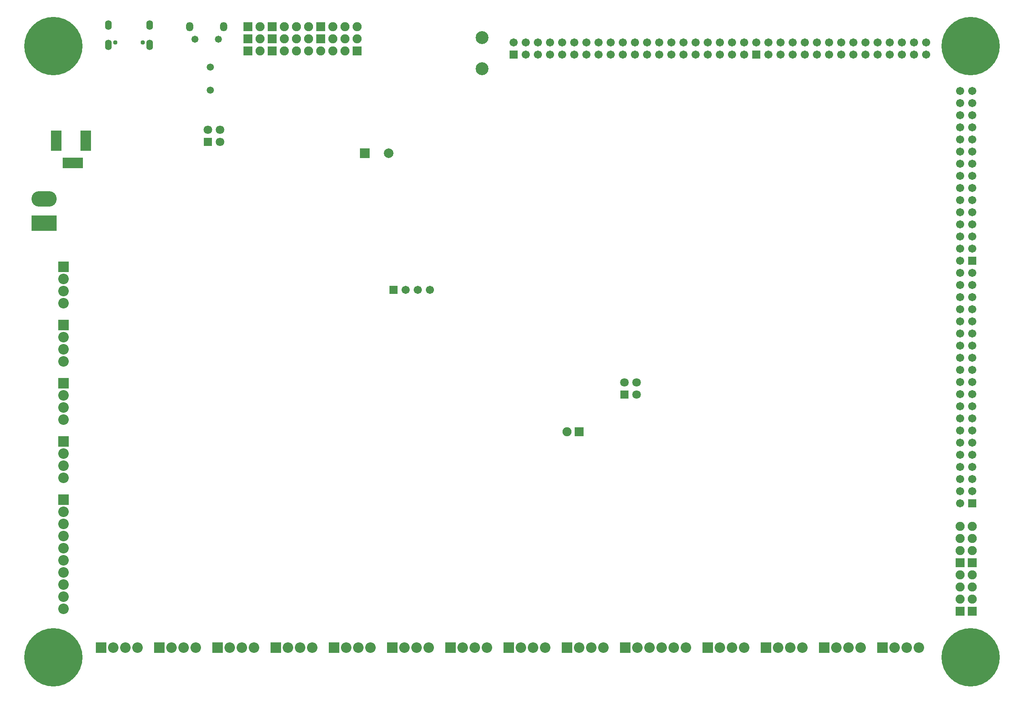
<source format=gbs>
G04*
G04 #@! TF.GenerationSoftware,Altium Limited,Altium Designer,21.0.3 (12)*
G04*
G04 Layer_Color=16711935*
%FSLAX25Y25*%
%MOIN*%
G70*
G04*
G04 #@! TF.SameCoordinates,090C1E97-9EAB-41C8-8700-309E0BB34FF0*
G04*
G04*
G04 #@! TF.FilePolarity,Negative*
G04*
G01*
G75*
%ADD132R,0.08674X0.08674*%
%ADD133C,0.08674*%
%ADD134R,0.20800X0.12800*%
%ADD135O,0.20800X0.12800*%
%ADD136R,0.08674X0.16548*%
%ADD137R,0.16548X0.08674*%
%ADD138C,0.05918*%
%ADD139C,0.07887*%
%ADD140R,0.07887X0.07887*%
%ADD141R,0.08674X0.08674*%
%ADD142C,0.48044*%
%ADD143C,0.06706*%
%ADD144C,0.10642*%
%ADD145R,0.06706X0.06706*%
%ADD146C,0.07493*%
%ADD147R,0.07493X0.07493*%
%ADD148R,0.07493X0.07493*%
%ADD149O,0.05918X0.07690*%
%ADD150C,0.05800*%
%ADD151O,0.05524X0.07887*%
%ADD152O,0.05524X0.08674*%
%ADD153R,0.06706X0.06706*%
%ADD154R,0.07099X0.07099*%
%ADD155C,0.07099*%
%ADD156C,0.03753*%
D132*
X1143000Y252000D02*
D03*
X643000D02*
D03*
X1191000D02*
D03*
X547000D02*
D03*
X787000D02*
D03*
X595000D02*
D03*
X691000D02*
D03*
X739000D02*
D03*
X835000D02*
D03*
X883000D02*
D03*
X1047000D02*
D03*
X1095000D02*
D03*
X979000D02*
D03*
X931000D02*
D03*
D133*
X516000Y294000D02*
D03*
Y324000D02*
D03*
Y364000D02*
D03*
Y354000D02*
D03*
Y344000D02*
D03*
Y334000D02*
D03*
Y314000D02*
D03*
Y304000D02*
D03*
Y284000D02*
D03*
X1221000Y252000D02*
D03*
X1173000D02*
D03*
X1125000D02*
D03*
X1029000D02*
D03*
X1077000D02*
D03*
X1019000D02*
D03*
X913000D02*
D03*
X961000D02*
D03*
X865000D02*
D03*
X817000D02*
D03*
X721000D02*
D03*
X769000D02*
D03*
X673000D02*
D03*
X516000Y556000D02*
D03*
Y536000D02*
D03*
Y546000D02*
D03*
X625000Y252000D02*
D03*
X577000D02*
D03*
X663000D02*
D03*
X759000D02*
D03*
X1163000D02*
D03*
X1153000D02*
D03*
X797000D02*
D03*
X807000D02*
D03*
X749000D02*
D03*
X653000D02*
D03*
X893000D02*
D03*
X903000D02*
D03*
X1211000D02*
D03*
X1201000D02*
D03*
X845000D02*
D03*
X855000D02*
D03*
X1105000D02*
D03*
X1115000D02*
D03*
X1057000D02*
D03*
X1067000D02*
D03*
X989000D02*
D03*
X999000D02*
D03*
X1009000D02*
D03*
X516000Y412000D02*
D03*
Y402000D02*
D03*
Y392000D02*
D03*
Y460000D02*
D03*
Y450000D02*
D03*
Y440000D02*
D03*
Y508000D02*
D03*
Y498000D02*
D03*
Y488000D02*
D03*
X605000Y252000D02*
D03*
X615000D02*
D03*
X557000D02*
D03*
X567000D02*
D03*
X701000D02*
D03*
X711000D02*
D03*
X941000D02*
D03*
X951000D02*
D03*
D134*
X500000Y602000D02*
D03*
D135*
Y622000D02*
D03*
D136*
X534409Y670000D02*
D03*
X510000D02*
D03*
D137*
X523780Y651496D02*
D03*
D138*
X637000Y730449D02*
D03*
Y711551D02*
D03*
D139*
X784000Y659500D02*
D03*
D140*
X764315D02*
D03*
D141*
X516000Y374000D02*
D03*
Y566000D02*
D03*
Y422000D02*
D03*
Y470000D02*
D03*
Y518000D02*
D03*
D142*
X507874Y748032D02*
D03*
X1263780D02*
D03*
Y244094D02*
D03*
X507874D02*
D03*
D143*
X1255000Y381000D02*
D03*
Y411000D02*
D03*
Y371000D02*
D03*
X1265000Y381000D02*
D03*
X798000Y547000D02*
D03*
X1255000Y481000D02*
D03*
X1265000Y401000D02*
D03*
Y411000D02*
D03*
X1255000Y501000D02*
D03*
X1265000Y431000D02*
D03*
Y441000D02*
D03*
Y451000D02*
D03*
Y461000D02*
D03*
Y471000D02*
D03*
Y481000D02*
D03*
X1255000Y491000D02*
D03*
X1265000Y521000D02*
D03*
X1255000Y531000D02*
D03*
Y541000D02*
D03*
X1265000Y551000D02*
D03*
Y561000D02*
D03*
Y391000D02*
D03*
X1255000Y401000D02*
D03*
Y421000D02*
D03*
Y431000D02*
D03*
Y441000D02*
D03*
Y451000D02*
D03*
Y461000D02*
D03*
Y471000D02*
D03*
Y521000D02*
D03*
X1265000Y531000D02*
D03*
X1255000Y551000D02*
D03*
Y561000D02*
D03*
X1265000Y511000D02*
D03*
Y421000D02*
D03*
Y491000D02*
D03*
Y541000D02*
D03*
X1255000Y391000D02*
D03*
X1265000Y501000D02*
D03*
X1255000Y511000D02*
D03*
X1265000Y601000D02*
D03*
Y621000D02*
D03*
X1255000Y711000D02*
D03*
Y571000D02*
D03*
X1265000Y641000D02*
D03*
Y661000D02*
D03*
X1255000Y611000D02*
D03*
Y671000D02*
D03*
Y681000D02*
D03*
X818000Y547000D02*
D03*
X1265000Y701000D02*
D03*
Y711000D02*
D03*
X1255000Y631000D02*
D03*
Y651000D02*
D03*
X1265000Y611000D02*
D03*
Y631000D02*
D03*
Y681000D02*
D03*
X808000Y547000D02*
D03*
X1255000Y691000D02*
D03*
Y701000D02*
D03*
X1265000Y591000D02*
D03*
Y651000D02*
D03*
Y671000D02*
D03*
X1255000Y581000D02*
D03*
Y591000D02*
D03*
Y601000D02*
D03*
Y621000D02*
D03*
X1265000Y691000D02*
D03*
Y581000D02*
D03*
X1255000Y641000D02*
D03*
Y661000D02*
D03*
X1077000Y751000D02*
D03*
Y741000D02*
D03*
X1067000Y751000D02*
D03*
Y741000D02*
D03*
X1057000Y751000D02*
D03*
Y741000D02*
D03*
X1047000Y751000D02*
D03*
Y741000D02*
D03*
X1037000Y751000D02*
D03*
Y741000D02*
D03*
X1027000Y751000D02*
D03*
Y741000D02*
D03*
X1017000Y751000D02*
D03*
Y741000D02*
D03*
X1007000Y751000D02*
D03*
Y741000D02*
D03*
X997000Y751000D02*
D03*
Y741000D02*
D03*
X987000Y751000D02*
D03*
Y741000D02*
D03*
X977000Y751000D02*
D03*
Y741000D02*
D03*
X967000Y751000D02*
D03*
Y741000D02*
D03*
X957000Y751000D02*
D03*
Y741000D02*
D03*
X947000Y751000D02*
D03*
Y741000D02*
D03*
X937000Y751000D02*
D03*
Y741000D02*
D03*
X927000Y751000D02*
D03*
Y741000D02*
D03*
X917000Y751000D02*
D03*
Y741000D02*
D03*
X907000Y751000D02*
D03*
Y741000D02*
D03*
X897000Y751000D02*
D03*
Y741000D02*
D03*
X887000Y751000D02*
D03*
X1227000D02*
D03*
Y741000D02*
D03*
X1217000Y751000D02*
D03*
Y741000D02*
D03*
X1207000Y751000D02*
D03*
Y741000D02*
D03*
X1197000Y751000D02*
D03*
Y741000D02*
D03*
X1187000Y751000D02*
D03*
Y741000D02*
D03*
X1177000Y751000D02*
D03*
Y741000D02*
D03*
X1167000Y751000D02*
D03*
Y741000D02*
D03*
X1157000Y751000D02*
D03*
Y741000D02*
D03*
X1147000Y751000D02*
D03*
Y741000D02*
D03*
X1137000Y751000D02*
D03*
Y741000D02*
D03*
X1127000Y751000D02*
D03*
Y741000D02*
D03*
X1117000Y751000D02*
D03*
Y741000D02*
D03*
X1107000Y751000D02*
D03*
Y741000D02*
D03*
X1097000Y751000D02*
D03*
Y741000D02*
D03*
X1087000Y751000D02*
D03*
D144*
X861000Y754795D02*
D03*
Y729205D02*
D03*
D145*
X1265000Y371000D02*
D03*
Y571000D02*
D03*
D146*
Y342000D02*
D03*
Y352000D02*
D03*
Y332000D02*
D03*
Y312000D02*
D03*
Y292000D02*
D03*
Y302000D02*
D03*
X758000Y764000D02*
D03*
X748000D02*
D03*
X738000D02*
D03*
X708000D02*
D03*
X698000D02*
D03*
X718000D02*
D03*
X678000D02*
D03*
Y744000D02*
D03*
X698000D02*
D03*
X718000D02*
D03*
X708000D02*
D03*
X748000D02*
D03*
X728000D02*
D03*
X738000D02*
D03*
X931000Y430000D02*
D03*
X1255000Y332000D02*
D03*
Y342000D02*
D03*
Y352000D02*
D03*
Y292000D02*
D03*
Y302000D02*
D03*
Y312000D02*
D03*
X738000Y754000D02*
D03*
X748000D02*
D03*
X758000D02*
D03*
X678000D02*
D03*
X698000D02*
D03*
X708000D02*
D03*
X718000D02*
D03*
D147*
X1265000Y322000D02*
D03*
Y282000D02*
D03*
X1255000Y322000D02*
D03*
Y282000D02*
D03*
D148*
X728000Y764000D02*
D03*
X668000D02*
D03*
X688000D02*
D03*
X668000Y744000D02*
D03*
X688000D02*
D03*
X758000D02*
D03*
X941000Y430000D02*
D03*
X728000Y754000D02*
D03*
X668000D02*
D03*
X688000D02*
D03*
D149*
X648000Y764000D02*
D03*
X620000D02*
D03*
D150*
X643669Y753500D02*
D03*
X624272D02*
D03*
D151*
X587008Y765332D02*
D03*
X552992D02*
D03*
D152*
X587008Y748875D02*
D03*
X552992D02*
D03*
D153*
X788000Y547000D02*
D03*
X887000Y741000D02*
D03*
X1087000D02*
D03*
D154*
X978500Y460500D02*
D03*
X635000Y669000D02*
D03*
D155*
X988500Y470500D02*
D03*
Y460500D02*
D03*
X978500Y470500D02*
D03*
X645000Y679000D02*
D03*
Y669000D02*
D03*
X635000Y679000D02*
D03*
D156*
X581378Y750962D02*
D03*
X558622D02*
D03*
M02*

</source>
